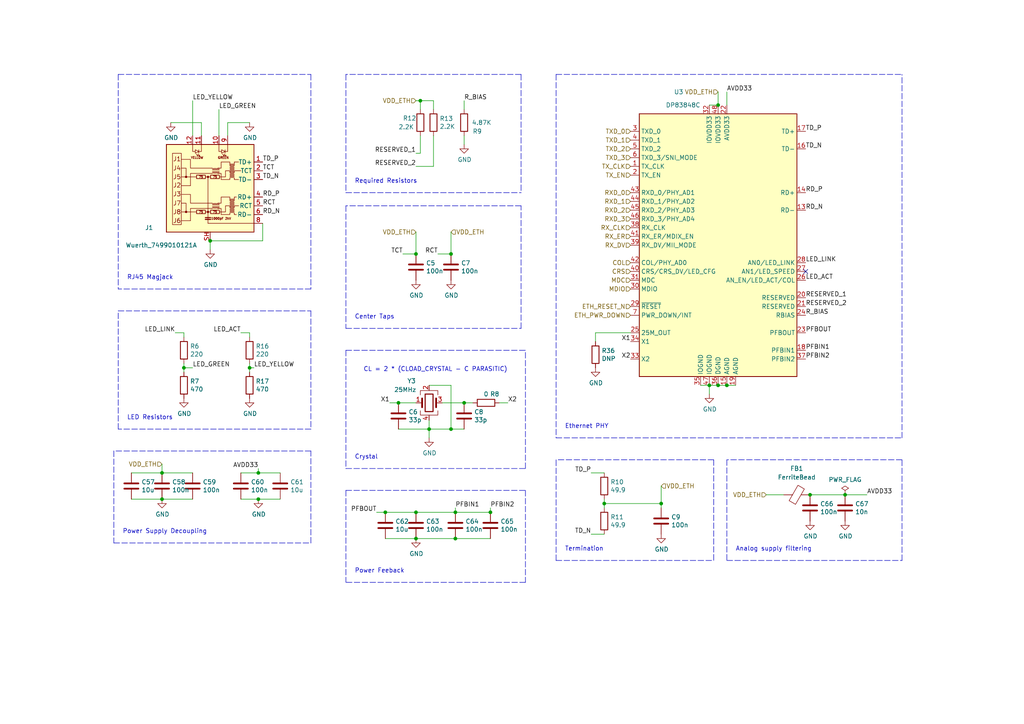
<source format=kicad_sch>
(kicad_sch (version 20211123) (generator eeschema)
  (paper "A4")
  (lib_symbols
    (symbol "Connector:Wuerth_7499010121A"
      (property "Reference" "J" (at 12.7 13.97 0))
      (property "Value" "Wuerth_7499010121A" (at 0 -16.51 0))
      (symbol "Wuerth_7499010121A_0_0"
        (rectangle (start -12.7 12.7) (end 12.7 -12.7) (stroke (width 0.254)) (fill (type background)))
        (polyline (pts (xy -3.937 -6.858) (xy -8.255 -6.858)))
        (polyline (pts (xy -3.937 3.302) (xy -8.255 3.302)))
        (polyline (pts (xy -0.635 -10.16) (xy 12.7 -10.16)))
        (polyline (pts (xy 8.255 -5.08) (xy 6.985 -5.08)))
        (polyline (pts (xy 8.89 5.08) (xy 6.985 5.08)))
        (polyline (pts (xy 0.635 -4.318) (xy -5.715 -4.318) (xy -5.715 -1.778) (xy -8.255 -1.778)))
        (polyline (pts (xy 0.635 5.842) (xy -5.715 5.842) (xy -5.715 8.382) (xy -8.255 8.382)))
        (polyline (pts (xy 2.667 -6.858) (xy 4.445 -6.858) (xy 4.445 -5.08) (xy 5.715 -5.08)))
        (polyline (pts (xy 2.667 3.302) (xy 4.445 3.302) (xy 4.445 5.08) (xy 5.715 5.08)))
        (text "1000pF 2kV" (at 3.175 -8.763 0) (effects (font (size 0.635 0.635))))
        (text "75" (at -2.667 -6.858 0) (effects (font (size 0.635 0.635))))
        (text "75" (at -2.667 3.302 0) (effects (font (size 0.635 0.635))))
        (text "75" (at 1.397 -6.858 0) (effects (font (size 0.635 0.635))))
        (text "75" (at 1.397 3.302 0) (effects (font (size 0.635 0.635))))
        (text "GREEN" (at 3.81 8.89 0) (effects (font (size 0.635 0.635))))
        (text "J1" (at -10.795 8.509 0) (effects (font (size 1.27 1.27)) (justify left)))
        (text "J2" (at -10.795 0.889 0) (effects (font (size 1.27 1.27)) (justify left)))
        (text "J3" (at -10.795 -1.651 0) (effects (font (size 1.27 1.27)) (justify left)))
        (text "J4" (at -10.795 5.842 0) (effects (font (size 1.27 1.27)) (justify left)))
        (text "J5" (at -10.795 3.302 0) (effects (font (size 1.27 1.27)) (justify left)))
        (text "J6" (at -10.795 -9.398 0) (effects (font (size 1.27 1.27)) (justify left)))
        (text "J7" (at -10.795 -4.318 0) (effects (font (size 1.27 1.27)) (justify left)))
        (text "J8" (at -10.795 -6.858 0) (effects (font (size 1.27 1.27)) (justify left)))
        (text "YELLOW" (at -3.81 8.89 0) (effects (font (size 0.635 0.635))))
      )
      (symbol "Wuerth_7499010121A_0_1"
        (rectangle (start -8.382 -10.541) (end -10.922 10.16))
        (circle (center -6.985 -6.858) (radius 0.254) (fill (type outline)))
        (circle (center -6.985 3.302) (radius 0.254) (fill (type outline)))
        (rectangle (start -3.937 -7.366) (end -1.397 -6.35) (stroke (width 0.2032)))
        (rectangle (start -3.937 2.794) (end -1.397 3.81) (stroke (width 0.2032)))
        (circle (center -0.635 -6.858) (radius 0.254) (fill (type outline)))
        (circle (center -0.635 3.302) (radius 0.254) (fill (type outline)))
        (polyline (pts (xy -5.715 -9.398) (xy -8.255 -9.398)))
        (polyline (pts (xy -5.715 0.762) (xy -8.255 0.762)))
        (polyline (pts (xy -3.556 9.398) (xy -4.064 9.906)))
        (polyline (pts (xy -3.302 11.176) (xy -3.302 10.16)))
        (polyline (pts (xy -3.048 9.398) (xy -3.556 9.906)))
        (polyline (pts (xy -1.397 -9.017) (xy 0.127 -9.017)) (stroke (width 0.3302)))
        (polyline (pts (xy -1.397 -8.509) (xy 0.127 -8.509)) (stroke (width 0.3048)))
        (polyline (pts (xy -0.635 3.302) (xy -1.397 3.302)))
        (polyline (pts (xy 0.127 -6.858) (xy -1.397 -6.858)))
        (polyline (pts (xy 0.635 -5.334) (xy 2.667 -5.334)))
        (polyline (pts (xy 0.635 4.826) (xy 2.667 4.826)))
        (polyline (pts (xy 2.667 -4.826) (xy 0.635 -4.826)))
        (polyline (pts (xy 2.667 5.334) (xy 0.635 5.334)))
        (polyline (pts (xy 4.064 9.398) (xy 3.556 9.906)))
        (polyline (pts (xy 4.318 11.176) (xy 4.318 10.16)))
        (polyline (pts (xy 4.572 9.398) (xy 4.064 9.906)))
        (polyline (pts (xy 6.223 -3.048) (xy 6.223 -7.112)))
        (polyline (pts (xy 6.223 7.112) (xy 6.223 3.048)))
        (polyline (pts (xy 6.477 -7.112) (xy 6.477 -3.048)))
        (polyline (pts (xy 6.477 3.048) (xy 6.477 7.112)))
        (polyline (pts (xy -6.985 -6.858) (xy -6.985 -4.318) (xy -8.255 -4.318)))
        (polyline (pts (xy -6.985 3.302) (xy -6.985 5.842) (xy -8.255 5.842)))
        (polyline (pts (xy -5.08 12.7) (xy -5.08 10.668) (xy -4.318 10.668)))
        (polyline (pts (xy -3.556 9.652) (xy -3.556 9.398) (xy -3.81 9.398)))
        (polyline (pts (xy -3.048 9.652) (xy -3.048 9.398) (xy -3.302 9.398)))
        (polyline (pts (xy -2.54 12.7) (xy -2.54 10.668) (xy -3.302 10.668)))
        (polyline (pts (xy -0.635 -10.16) (xy -0.635 3.302) (xy 0 3.302)))
        (polyline (pts (xy 0.635 -5.842) (xy -5.715 -5.842) (xy -5.715 -9.398)))
        (polyline (pts (xy 0.635 4.318) (xy -5.715 4.318) (xy -5.715 0.762)))
        (polyline (pts (xy 2.54 12.7) (xy 2.54 10.668) (xy 3.302 10.668)))
        (polyline (pts (xy 4.064 9.652) (xy 4.064 9.398) (xy 3.81 9.398)))
        (polyline (pts (xy 4.572 9.652) (xy 4.572 9.398) (xy 4.318 9.398)))
        (polyline (pts (xy 5.08 12.7) (xy 5.08 10.668) (xy 4.318 10.668)))
        (polyline (pts (xy 6.985 -7.112) (xy 6.985 -7.62) (xy 7.62 -7.62)))
        (polyline (pts (xy 6.985 -3.048) (xy 6.985 -2.54) (xy 7.62 -2.54)))
        (polyline (pts (xy 6.985 3.048) (xy 6.985 2.54) (xy 8.255 2.54)))
        (polyline (pts (xy 6.985 7.112) (xy 6.985 7.62) (xy 8.255 7.62)))
        (polyline (pts (xy -3.302 10.668) (xy -4.318 11.176) (xy -4.318 10.16) (xy -3.302 10.668)))
        (polyline (pts (xy 4.318 10.668) (xy 3.302 11.176) (xy 3.302 10.16) (xy 4.318 10.668)))
        (polyline (pts (xy 2.667 -4.318) (xy 3.175 -4.318) (xy 3.175 -2.54) (xy 5.715 -2.54) (xy 5.715 -3.048)))
        (polyline (pts (xy 2.667 5.842) (xy 3.175 5.842) (xy 3.175 7.62) (xy 5.715 7.62) (xy 5.715 7.112)))
        (polyline (pts (xy 5.715 -7.112) (xy 5.715 -7.62) (xy 3.175 -7.62) (xy 3.175 -5.842) (xy 2.667 -5.842)))
        (polyline (pts (xy 5.715 3.048) (xy 5.715 2.54) (xy 3.175 2.54) (xy 3.175 4.318) (xy 2.667 4.318)))
        (rectangle (start 0.127 -7.366) (end 2.667 -6.35) (stroke (width 0.2032)))
        (rectangle (start 0.127 2.794) (end 2.667 3.81) (stroke (width 0.2032)))
        (arc (start 0.635 -4.318) (mid 0.889 -4.572) (end 1.143 -4.318))
        (arc (start 0.635 5.842) (mid 0.889 5.588) (end 1.143 5.842))
        (arc (start 1.143 -5.842) (mid 0.889 -5.588) (end 0.635 -5.842))
        (arc (start 1.143 -4.318) (mid 1.397 -4.572) (end 1.651 -4.318))
        (arc (start 1.143 4.318) (mid 0.889 4.572) (end 0.635 4.318))
        (arc (start 1.143 5.842) (mid 1.397 5.588) (end 1.651 5.842))
        (arc (start 1.651 -5.842) (mid 1.397 -5.588) (end 1.143 -5.842))
        (arc (start 1.651 -4.318) (mid 1.905 -4.572) (end 2.159 -4.318))
        (arc (start 1.651 4.318) (mid 1.397 4.572) (end 1.143 4.318))
        (arc (start 1.651 5.842) (mid 1.905 5.588) (end 2.159 5.842))
        (arc (start 2.159 -5.842) (mid 1.905 -5.588) (end 1.651 -5.842))
        (arc (start 2.159 -4.318) (mid 2.413 -4.572) (end 2.667 -4.318))
        (arc (start 2.159 4.318) (mid 1.905 4.572) (end 1.651 4.318))
        (arc (start 2.159 5.842) (mid 2.413 5.588) (end 2.667 5.842))
        (circle (center 2.413 -5.8674) (radius 0.0762) (stroke (width 0.0254)) (fill (type outline)))
        (circle (center 2.413 -4.2926) (radius 0.0762) (stroke (width 0.0254)) (fill (type outline)))
        (circle (center 2.413 4.2926) (radius 0.0762) (stroke (width 0.0254)) (fill (type outline)))
        (circle (center 2.413 5.8674) (radius 0.0762) (stroke (width 0.0254)) (fill (type outline)))
        (arc (start 2.667 -5.842) (mid 2.413 -5.588) (end 2.159 -5.842))
        (arc (start 2.667 4.318) (mid 2.413 4.572) (end 2.159 4.318))
        (circle (center 5.6896 -5.334) (radius 0.0762) (stroke (width 0.0254)) (fill (type outline)))
        (circle (center 5.6896 -3.302) (radius 0.0762) (stroke (width 0.0254)) (fill (type outline)))
        (circle (center 5.6896 4.826) (radius 0.0762) (stroke (width 0.0254)) (fill (type outline)))
        (circle (center 5.6896 6.858) (radius 0.0762) (stroke (width 0.0254)) (fill (type outline)))
        (arc (start 5.715 -7.112) (mid 5.969 -6.858) (end 5.715 -6.604))
        (arc (start 5.715 -6.604) (mid 5.969 -6.35) (end 5.715 -6.096))
        (arc (start 5.715 -6.096) (mid 5.969 -5.842) (end 5.715 -5.588))
        (arc (start 5.715 -5.588) (mid 5.969 -5.334) (end 5.715 -5.08))
        (arc (start 5.715 -5.08) (mid 5.969 -4.826) (end 5.715 -4.572))
        (arc (start 5.715 -4.572) (mid 5.969 -4.318) (end 5.715 -4.064))
        (arc (start 5.715 -4.064) (mid 5.969 -3.81) (end 5.715 -3.556))
        (arc (start 5.715 -3.556) (mid 5.969 -3.302) (end 5.715 -3.048))
        (arc (start 5.715 3.048) (mid 5.969 3.302) (end 5.715 3.556))
        (arc (start 5.715 3.556) (mid 5.969 3.81) (end 5.715 4.064))
        (arc (start 5.715 4.064) (mid 5.969 4.318) (end 5.715 4.572))
        (arc (start 5.715 4.572) (mid 5.969 4.826) (end 5.715 5.08))
        (arc (start 5.715 5.08) (mid 5.969 5.334) (end 5.715 5.588))
        (arc (start 5.715 5.588) (mid 5.969 5.842) (end 5.715 6.096))
        (arc (start 5.715 6.096) (mid 5.969 6.35) (end 5.715 6.604))
        (arc (start 5.715 6.604) (mid 5.969 6.858) (end 5.715 7.112))
        (arc (start 6.985 -6.604) (mid 6.731 -6.858) (end 6.985 -7.112))
        (arc (start 6.985 -6.096) (mid 6.731 -6.35) (end 6.985 -6.604))
        (arc (start 6.985 -5.588) (mid 6.731 -5.842) (end 6.985 -6.096))
        (arc (start 6.985 -5.08) (mid 6.731 -5.334) (end 6.985 -5.588))
        (arc (start 6.985 -4.572) (mid 6.731 -4.826) (end 6.985 -5.08))
        (arc (start 6.985 -4.064) (mid 6.731 -4.318) (end 6.985 -4.572))
        (arc (start 6.985 -3.556) (mid 6.731 -3.81) (end 6.985 -4.064))
        (arc (start 6.985 -3.048) (mid 6.731 -3.302) (end 6.985 -3.556))
        (arc (start 6.985 3.556) (mid 6.731 3.302) (end 6.985 3.048))
        (arc (start 6.985 4.064) (mid 6.731 3.81) (end 6.985 3.556))
        (arc (start 6.985 4.572) (mid 6.731 4.318) (end 6.985 4.064))
        (arc (start 6.985 5.08) (mid 6.731 4.826) (end 6.985 4.572))
        (arc (start 6.985 5.588) (mid 6.731 5.334) (end 6.985 5.08))
        (arc (start 6.985 6.096) (mid 6.731 5.842) (end 6.985 5.588))
        (arc (start 6.985 6.604) (mid 6.731 6.35) (end 6.985 6.096))
        (arc (start 6.985 7.112) (mid 6.731 6.858) (end 6.985 6.604))
        (circle (center 7.0104 -5.334) (radius 0.0762) (stroke (width 0.0254)) (fill (type outline)))
        (circle (center 7.0104 -3.302) (radius 0.0762) (stroke (width 0.0254)) (fill (type outline)))
        (circle (center 7.0104 4.826) (radius 0.0762) (stroke (width 0.0254)) (fill (type outline)))
        (circle (center 7.0104 6.858) (radius 0.0762) (stroke (width 0.0254)) (fill (type outline)))
      )
      (symbol "Wuerth_7499010121A_1_1"
        (pin passive line (at 15.24 7.62 180) (length 2.54) (name "TD+") (number "1"))
        (pin passive line (at 2.54 15.24 270) (length 2.54) (name "~") (number "10"))
        (pin passive line (at -2.54 15.24 270) (length 2.54) (name "~") (number "11"))
        (pin passive line (at -5.08 15.24 270) (length 2.54) (name "~") (number "12"))
        (pin passive line (at 15.24 5.08 180) (length 2.54) (name "TCT") (number "2"))
        (pin passive line (at 15.24 2.54 180) (length 2.54) (name "TD-") (number "3"))
        (pin passive line (at 15.24 -2.54 180) (length 2.54) (name "RD+") (number "4"))
        (pin passive line (at 15.24 -5.08 180) (length 2.54) (name "RCT") (number "5"))
        (pin passive line (at 15.24 -7.62 180) (length 2.54) (name "RD-") (number "6"))
        (pin passive line (at 15.24 -10.16 180) (length 2.54) (name "~") (number "8"))
        (pin passive line (at 5.08 15.24 270) (length 2.54) (name "~") (number "9"))
        (pin passive line (at 0 -15.24 90) (length 2.54) (name "~") (number "SH"))
      )
    )
    (symbol "Device:C" (pin_numbers hide) (pin_names (offset 0.254))
      (property "Reference" "C" (at 0.635 2.54 0))
      (property "Value" "C" (at 0.635 -2.54 0))
      (symbol "C_0_1"
        (polyline (pts (xy -2.032 -0.762) (xy 2.032 -0.762)) (stroke (width 0.508)))
        (polyline (pts (xy -2.032 0.762) (xy 2.032 0.762)) (stroke (width 0.508)))
      )
      (symbol "C_1_1"
        (pin passive line (at 0 3.81 270) (length 2.794) (name "~") (number "1"))
        (pin passive line (at 0 -3.81 90) (length 2.794) (name "~") (number "2"))
      )
    )
    (symbol "Device:Crystal_GND24" (pin_names (offset 1.016) hide)
      (property "Reference" "Y" (at 3.175 5.08 0))
      (property "Value" "Crystal_GND24" (at 3.175 3.175 0))
      (symbol "Crystal_GND24_0_1"
        (rectangle (start -1.143 2.54) (end 1.143 -2.54) (stroke (width 0.3048)))
        (polyline (pts (xy -2.54 0) (xy -2.032 0)))
        (polyline (pts (xy -2.032 -1.27) (xy -2.032 1.27)) (stroke (width 0.508)))
        (polyline (pts (xy 0 -3.81) (xy 0 -3.556)))
        (polyline (pts (xy 0 3.556) (xy 0 3.81)))
        (polyline (pts (xy 2.032 -1.27) (xy 2.032 1.27)) (stroke (width 0.508)))
        (polyline (pts (xy 2.032 0) (xy 2.54 0)))
        (polyline (pts (xy -2.54 -2.286) (xy -2.54 -3.556) (xy 2.54 -3.556) (xy 2.54 -2.286)))
        (polyline (pts (xy -2.54 2.286) (xy -2.54 3.556) (xy 2.54 3.556) (xy 2.54 2.286)))
      )
      (symbol "Crystal_GND24_1_1"
        (pin passive line (at -3.81 0 0) (length 1.27) (name "1") (number "1"))
        (pin passive line (at 0 5.08 270) (length 1.27) (name "2") (number "2"))
        (pin passive line (at 3.81 0 180) (length 1.27) (name "3") (number "3"))
        (pin passive line (at 0 -5.08 90) (length 1.27) (name "4") (number "4"))
      )
    )
    (symbol "Device:FerriteBead" (pin_numbers hide) (pin_names (offset 0))
      (property "Reference" "FB" (at -3.81 0.635 90))
      (property "Value" "FerriteBead" (at 3.81 0 90))
      (symbol "FerriteBead_0_1"
        (polyline (pts (xy 0 -1.27) (xy 0 -1.2192)))
        (polyline (pts (xy 0 1.27) (xy 0 1.2954)))
        (polyline (pts (xy -2.7686 0.4064) (xy -1.7018 2.2606) (xy 2.7686 -0.3048) (xy 1.6764 -2.159) (xy -2.7686 0.4064)))
      )
      (symbol "FerriteBead_1_1"
        (pin passive line (at 0 3.81 270) (length 2.54) (name "~") (number "1"))
        (pin passive line (at 0 -3.81 90) (length 2.54) (name "~") (number "2"))
      )
    )
    (symbol "Device:R" (pin_numbers hide) (pin_names (offset 0))
      (property "Reference" "R" (at 2.032 0 90))
      (property "Value" "R" (at 0 0 90))
      (symbol "R_0_1"
        (rectangle (start -1.016 -2.54) (end 1.016 2.54) (stroke (width 0.254)))
      )
      (symbol "R_1_1"
        (pin passive line (at 0 3.81 270) (length 1.27) (name "~") (number "1"))
        (pin passive line (at 0 -3.81 90) (length 1.27) (name "~") (number "2"))
      )
    )
    (symbol "Interface_Ethernet:DP83848C"
      (property "Reference" "U" (at -21.59 39.37 0))
      (property "Value" "DP83848C" (at 12.7 39.37 0))
      (symbol "DP83848C_0_1"
        (rectangle (start -22.86 38.1) (end 22.86 -38.1) (stroke (width 0.254)) (fill (type background)))
      )
      (symbol "DP83848C_1_1"
        (pin output line (at -25.4 22.86 0) (length 2.54) (name "TX_CLK") (number "1"))
        (pin passive line (at 25.4 10.16 180) (length 2.54) (name "RD-") (number "13"))
        (pin passive line (at 25.4 15.24 180) (length 2.54) (name "RD+") (number "14"))
        (pin power_in line (at 2.54 -40.64 90) (length 2.54) (name "AGND") (number "15"))
        (pin passive line (at 25.4 27.94 180) (length 2.54) (name "TD-") (number "16"))
        (pin passive line (at 25.4 33.02 180) (length 2.54) (name "TD+") (number "17"))
        (pin passive line (at 25.4 -30.48 180) (length 2.54) (name "PFBIN1") (number "18"))
        (pin power_in line (at 5.08 -40.64 90) (length 2.54) (name "AGND") (number "19"))
        (pin input line (at -25.4 20.32 0) (length 2.54) (name "TX_EN") (number "2"))
        (pin passive line (at 25.4 -15.24 180) (length 2.54) (name "RESERVED") (number "20"))
        (pin passive line (at 25.4 -17.78 180) (length 2.54) (name "RESERVED") (number "21"))
        (pin power_in line (at 2.54 40.64 270) (length 2.54) (name "AVDD33") (number "22"))
        (pin passive line (at 25.4 -25.4 180) (length 2.54) (name "PFBOUT") (number "23"))
        (pin passive line (at 25.4 -20.32 180) (length 2.54) (name "RBIAS") (number "24"))
        (pin output line (at -25.4 -25.4 0) (length 2.54) (name "25M_OUT") (number "25"))
        (pin output line (at 25.4 -10.16 180) (length 2.54) (name "AN_EN/LED_ACT/COL") (number "26"))
        (pin output line (at 25.4 -7.62 180) (length 2.54) (name "AN1/LED_SPEED") (number "27"))
        (pin output line (at 25.4 -5.08 180) (length 2.54) (name "AN0/LED_LINK") (number "28"))
        (pin input line (at -25.4 -17.78 0) (length 2.54) (name "~{RESET}") (number "29"))
        (pin input line (at -25.4 33.02 0) (length 2.54) (name "TXD_0") (number "3"))
        (pin bidirectional line (at -25.4 -12.7 0) (length 2.54) (name "MDIO") (number "30"))
        (pin input line (at -25.4 -10.16 0) (length 2.54) (name "MDC") (number "31"))
        (pin power_in line (at -2.54 40.64 270) (length 2.54) (name "IOVDD33") (number "32"))
        (pin output line (at -25.4 -33.02 0) (length 2.54) (name "X2") (number "33"))
        (pin input line (at -25.4 -27.94 0) (length 2.54) (name "X1") (number "34"))
        (pin power_in line (at -5.08 -40.64 90) (length 2.54) (name "IOGND") (number "35"))
        (pin power_in line (at 0 -40.64 90) (length 2.54) (name "DGND") (number "36"))
        (pin passive line (at 25.4 -33.02 180) (length 2.54) (name "PFBIN2") (number "37"))
        (pin output line (at -25.4 5.08 0) (length 2.54) (name "RX_CLK") (number "38"))
        (pin output line (at -25.4 0 0) (length 2.54) (name "RX_DV/MII_MODE") (number "39"))
        (pin input line (at -25.4 30.48 0) (length 2.54) (name "TXD_1") (number "4"))
        (pin output line (at -25.4 -7.62 0) (length 2.54) (name "CRS/CRS_DV/LED_CFG") (number "40"))
        (pin output line (at -25.4 2.54 0) (length 2.54) (name "RX_ER/MDIX_EN") (number "41"))
        (pin output line (at -25.4 -5.08 0) (length 2.54) (name "COL/PHY_AD0") (number "42"))
        (pin output line (at -25.4 15.24 0) (length 2.54) (name "RXD_0/PHY_AD1") (number "43"))
        (pin output line (at -25.4 12.7 0) (length 2.54) (name "RXD_1/PHY_AD2") (number "44"))
        (pin output line (at -25.4 10.16 0) (length 2.54) (name "RXD_2/PHY_AD3") (number "45"))
        (pin output line (at -25.4 7.62 0) (length 2.54) (name "RXD_3/PHY_AD4") (number "46"))
        (pin power_in line (at -2.54 -40.64 90) (length 2.54) (name "IOGND") (number "47"))
        (pin power_in line (at 0 40.64 270) (length 2.54) (name "IOVDD33") (number "48"))
        (pin input line (at -25.4 27.94 0) (length 2.54) (name "TXD_2") (number "5"))
        (pin input line (at -25.4 25.4 0) (length 2.54) (name "TXD_3/SNI_MODE") (number "6"))
        (pin input line (at -25.4 -20.32 0) (length 2.54) (name "PWR_DOWN/INT") (number "7"))
      )
    )
    (symbol "power:GND" (power) (pin_names (offset 0))
      (property "Value" "GND" (at 0 -3.81 0))
      (symbol "GND_0_1"
        (polyline (pts (xy 0 0) (xy 0 -1.27) (xy 1.27 -1.27) (xy 0 -2.54) (xy -1.27 -1.27) (xy 0 -1.27)))
      )
      (symbol "GND_1_1"
        (pin power_in line (at 0 0 270) (length 0) hide (name "GND") (number "1"))
      )
    )
    (symbol "power:PWR_FLAG" (power) (pin_numbers hide) (pin_names (offset 0) hide)
      (property "Value" "PWR_FLAG" (at 0 3.81 0))
      (symbol "PWR_FLAG_0_0"
        (pin power_out line (at 0 0 90) (length 0) (name "pwr") (number "1"))
      )
      (symbol "PWR_FLAG_0_1"
        (polyline (pts (xy 0 0) (xy 0 1.27) (xy -1.016 1.905) (xy 0 2.54) (xy 1.016 1.905) (xy 0 1.27)))
      )
    )
  )
  (junction (at 120.65 156.21))
  (junction (at 72.39 106.68))
  (junction (at 205.74 111.76))
  (junction (at 130.81 124.46))
  (junction (at 234.95 143.51))
  (junction (at 46.99 137.16))
  (junction (at 191.77 146.05))
  (junction (at 111.76 148.59))
  (junction (at 121.92 29.21))
  (junction (at 60.96 69.85))
  (junction (at 210.82 111.76))
  (junction (at 175.26 146.05))
  (junction (at 120.65 73.66))
  (junction (at 132.08 148.59))
  (junction (at 53.34 106.68))
  (junction (at 208.28 30.48))
  (junction (at 115.57 116.84))
  (junction (at 132.08 156.21))
  (junction (at 130.81 73.66))
  (junction (at 124.46 124.46))
  (junction (at 142.24 148.59))
  (junction (at 134.62 116.84))
  (junction (at 74.93 137.16))
  (junction (at 74.93 144.78))
  (junction (at 208.28 111.76))
  (junction (at 245.11 143.51))
  (junction (at 120.65 148.59))
  (junction (at 46.99 144.78))
  (no_connect (at 233.68 78.74))
  (wire (pts (xy 147.32 116.84) (xy 144.78 116.84)))
  (polyline (pts (xy 207.01 133.35) (xy 207.01 162.56)))
  (polyline (pts (xy 90.17 124.46) (xy 34.29 124.46)))
  (wire (pts (xy 222.25 143.51) (xy 227.33 143.51)))
  (wire (pts (xy 69.85 144.78) (xy 74.93 144.78)))
  (wire (pts (xy 58.42 35.56) (xy 58.42 39.37)))
  (wire (pts (xy 120.65 48.26) (xy 125.73 48.26)))
  (wire (pts (xy 46.99 134.62) (xy 46.99 137.16)))
  (wire (pts (xy 73.66 106.68) (xy 72.39 106.68)))
  (polyline (pts (xy 100.33 142.24) (xy 100.33 168.91)))
  (wire (pts (xy 130.81 111.76) (xy 130.81 124.46)))
  (wire (pts (xy 66.04 35.56) (xy 72.39 35.56)))
  (wire (pts (xy 208.28 26.67) (xy 208.28 30.48)))
  (polyline (pts (xy 161.29 127) (xy 261.62 127)))
  (wire (pts (xy 74.93 144.78) (xy 81.28 144.78)))
  (wire (pts (xy 63.5 31.75) (xy 63.5 39.37)))
  (wire (pts (xy 72.39 107.95) (xy 72.39 106.68)))
  (wire (pts (xy 121.92 29.21) (xy 125.73 29.21)))
  (polyline (pts (xy 261.62 133.35) (xy 210.82 133.35)))
  (polyline (pts (xy 100.33 142.24) (xy 152.4 142.24)))
  (wire (pts (xy 74.93 137.16) (xy 81.28 137.16)))
  (wire (pts (xy 134.62 116.84) (xy 137.16 116.84)))
  (wire (pts (xy 132.08 148.59) (xy 142.24 148.59)))
  (wire (pts (xy 205.74 111.76) (xy 205.74 114.3)))
  (wire (pts (xy 38.1 144.78) (xy 46.99 144.78)))
  (polyline (pts (xy 100.33 55.88) (xy 151.13 55.88)))
  (wire (pts (xy 203.2 111.76) (xy 205.74 111.76)))
  (wire (pts (xy 49.53 35.56) (xy 58.42 35.56)))
  (polyline (pts (xy 100.33 101.6) (xy 152.4 101.6)))
  (wire (pts (xy 134.62 29.21) (xy 134.62 31.75)))
  (polyline (pts (xy 100.33 95.25) (xy 151.13 95.25)))
  (wire (pts (xy 69.85 96.52) (xy 72.39 96.52)))
  (wire (pts (xy 125.73 48.26) (xy 125.73 39.37)))
  (polyline (pts (xy 100.33 59.69) (xy 100.33 95.25)))
  (wire (pts (xy 132.08 148.59) (xy 132.08 147.32)))
  (wire (pts (xy 171.45 137.16) (xy 175.26 137.16)))
  (wire (pts (xy 205.74 30.48) (xy 208.28 30.48)))
  (wire (pts (xy 182.88 96.52) (xy 172.72 96.52)))
  (wire (pts (xy 116.84 73.66) (xy 120.65 73.66)))
  (wire (pts (xy 60.96 69.85) (xy 76.2 69.85)))
  (wire (pts (xy 115.57 116.84) (xy 120.65 116.84)))
  (wire (pts (xy 132.08 156.21) (xy 142.24 156.21)))
  (wire (pts (xy 72.39 96.52) (xy 72.39 97.79)))
  (polyline (pts (xy 34.29 90.17) (xy 90.17 90.17)))
  (polyline (pts (xy 90.17 157.48) (xy 90.17 130.81)))
  (wire (pts (xy 69.85 137.16) (xy 74.93 137.16)))
  (wire (pts (xy 125.73 29.21) (xy 125.73 31.75)))
  (wire (pts (xy 120.65 156.21) (xy 132.08 156.21)))
  (wire (pts (xy 50.8 96.52) (xy 53.34 96.52)))
  (wire (pts (xy 134.62 41.91) (xy 134.62 39.37)))
  (wire (pts (xy 127 73.66) (xy 130.81 73.66)))
  (wire (pts (xy 111.76 148.59) (xy 120.65 148.59)))
  (wire (pts (xy 175.26 144.78) (xy 175.26 146.05)))
  (wire (pts (xy 55.88 106.68) (xy 53.34 106.68)))
  (polyline (pts (xy 151.13 95.25) (xy 151.13 59.69)))
  (wire (pts (xy 76.2 69.85) (xy 76.2 64.77)))
  (polyline (pts (xy 34.29 21.59) (xy 34.29 83.82)))
  (wire (pts (xy 175.26 146.05) (xy 191.77 146.05)))
  (wire (pts (xy 120.65 67.31) (xy 120.65 73.66)))
  (polyline (pts (xy 161.29 162.56) (xy 207.01 162.56)))
  (wire (pts (xy 53.34 96.52) (xy 53.34 97.79)))
  (polyline (pts (xy 152.4 142.24) (xy 152.4 168.91)))
  (wire (pts (xy 60.96 72.39) (xy 60.96 69.85)))
  (polyline (pts (xy 90.17 130.81) (xy 33.02 130.81)))
  (polyline (pts (xy 152.4 168.91) (xy 100.33 168.91)))
  (polyline (pts (xy 90.17 90.17) (xy 90.17 124.46)))
  (polyline (pts (xy 34.29 21.59) (xy 90.17 21.59)))
  (wire (pts (xy 175.26 154.94) (xy 171.45 154.94)))
  (wire (pts (xy 109.22 148.59) (xy 111.76 148.59)))
  (wire (pts (xy 124.46 111.76) (xy 130.81 111.76)))
  (polyline (pts (xy 151.13 21.59) (xy 151.13 55.88)))
  (wire (pts (xy 130.81 124.46) (xy 134.62 124.46)))
  (wire (pts (xy 124.46 121.92) (xy 124.46 124.46)))
  (polyline (pts (xy 161.29 21.59) (xy 161.29 127)))
  (wire (pts (xy 113.03 116.84) (xy 115.57 116.84)))
  (polyline (pts (xy 261.62 127) (xy 261.62 21.59)))
  (wire (pts (xy 172.72 96.52) (xy 172.72 99.06)))
  (wire (pts (xy 245.11 143.51) (xy 251.46 143.51)))
  (polyline (pts (xy 210.82 162.56) (xy 261.62 162.56)))
  (wire (pts (xy 210.82 30.48) (xy 210.82 26.67)))
  (wire (pts (xy 205.74 111.76) (xy 208.28 111.76)))
  (wire (pts (xy 74.93 135.89) (xy 74.93 137.16)))
  (wire (pts (xy 55.88 29.21) (xy 55.88 39.37)))
  (wire (pts (xy 175.26 146.05) (xy 175.26 147.32)))
  (polyline (pts (xy 100.33 21.59) (xy 100.33 55.88)))
  (wire (pts (xy 210.82 111.76) (xy 213.36 111.76)))
  (wire (pts (xy 111.76 156.21) (xy 120.65 156.21)))
  (wire (pts (xy 130.81 67.31) (xy 130.81 73.66)))
  (wire (pts (xy 121.92 29.21) (xy 121.92 31.75)))
  (polyline (pts (xy 207.01 133.35) (xy 161.29 133.35)))
  (wire (pts (xy 66.04 35.56) (xy 66.04 39.37)))
  (wire (pts (xy 191.77 147.32) (xy 191.77 146.05)))
  (wire (pts (xy 46.99 137.16) (xy 55.88 137.16)))
  (polyline (pts (xy 100.33 135.89) (xy 152.4 135.89)))
  (polyline (pts (xy 90.17 83.82) (xy 34.29 83.82)))
  (polyline (pts (xy 152.4 135.89) (xy 152.4 101.6)))
  (polyline (pts (xy 33.02 157.48) (xy 90.17 157.48)))
  (polyline (pts (xy 34.29 124.46) (xy 34.29 90.17)))
  (wire (pts (xy 121.92 44.45) (xy 121.92 39.37)))
  (wire (pts (xy 120.65 44.45) (xy 121.92 44.45)))
  (polyline (pts (xy 33.02 130.81) (xy 33.02 157.48)))
  (polyline (pts (xy 151.13 21.59) (xy 100.33 21.59)))
  (wire (pts (xy 130.81 124.46) (xy 124.46 124.46)))
  (polyline (pts (xy 161.29 21.59) (xy 261.62 21.59)))
  (polyline (pts (xy 100.33 101.6) (xy 100.33 135.89)))
  (wire (pts (xy 191.77 140.97) (xy 191.77 146.05)))
  (polyline (pts (xy 161.29 162.56) (xy 161.29 133.35)))
  (wire (pts (xy 120.65 29.21) (xy 121.92 29.21)))
  (wire (pts (xy 38.1 137.16) (xy 46.99 137.16)))
  (wire (pts (xy 72.39 106.68) (xy 72.39 105.41)))
  (wire (pts (xy 128.27 116.84) (xy 134.62 116.84)))
  (polyline (pts (xy 151.13 59.69) (xy 100.33 59.69)))
  (wire (pts (xy 124.46 124.46) (xy 124.46 127)))
  (wire (pts (xy 142.24 148.59) (xy 142.24 147.32)))
  (polyline (pts (xy 261.62 162.56) (xy 261.62 133.35)))
  (wire (pts (xy 208.28 111.76) (xy 210.82 111.76)))
  (polyline (pts (xy 210.82 133.35) (xy 210.82 162.56)))
  (wire (pts (xy 46.99 144.78) (xy 55.88 144.78)))
  (polyline (pts (xy 90.17 21.59) (xy 90.17 83.82)))
  (wire (pts (xy 53.34 106.68) (xy 53.34 105.41)))
  (wire (pts (xy 115.57 124.46) (xy 124.46 124.46)))
  (wire (pts (xy 53.34 107.95) (xy 53.34 106.68)))
  (wire (pts (xy 132.08 148.59) (xy 120.65 148.59)))
  (wire (pts (xy 234.95 143.51) (xy 245.11 143.51)))
  (text "Center Taps" (at 102.87 92.71 0) (effects (font (size 1.27 1.27)) (justify left bottom)))
  (text "CL = 2 * (CLOAD_CRYSTAL - C PARASITIC)" (at 105.41 107.95 0) (effects (font (size 1.27 1.27)) (justify left bottom)))
  (text "Power Supply Decoupling\n" (at 35.56 154.94 0) (effects (font (size 1.27 1.27)) (justify left bottom)))
  (text "Crystal\n" (at 102.87 133.35 0) (effects (font (size 1.27 1.27)) (justify left bottom)))
  (text "Required Resistors\n" (at 102.87 53.34 0) (effects (font (size 1.27 1.27)) (justify left bottom)))
  (text "Termination\n" (at 163.83 160.02 0) (effects (font (size 1.27 1.27)) (justify left bottom)))
  (text "Ethernet PHY" (at 163.83 124.46 0) (effects (font (size 1.27 1.27)) (justify left bottom)))
  (text "RJ45 Magjack\n" (at 36.83 81.28 0) (effects (font (size 1.27 1.27)) (justify left bottom)))
  (text "Analog supply filtering" (at 213.36 160.02 0) (effects (font (size 1.27 1.27)) (justify left bottom)))
  (text "LED Resistors" (at 36.83 121.92 0) (effects (font (size 1.27 1.27)) (justify left bottom)))
  (text "Power Feeback\n" (at 102.87 166.37 0) (effects (font (size 1.27 1.27)) (justify left bottom)))
  (label "PFBOUT" (at 109.22 148.59 180))
  (label "R_BIAS" (at 134.62 29.21 0))
  (label "LED_YELLOW" (at 55.88 29.21 0))
  (label "TCT" (at 116.84 73.66 180))
  (label "PFBIN1" (at 233.68 101.6 0))
  (label "LED_ACT" (at 233.68 81.28 0))
  (label "RD_P" (at 233.68 55.88 0))
  (label "AVDD33" (at 74.93 135.89 180))
  (label "RESERVED_1" (at 120.65 44.45 180))
  (label "PFBIN2" (at 233.68 104.14 0))
  (label "TD_P" (at 233.68 38.1 0))
  (label "TD_N" (at 233.68 43.18 0))
  (label "RESERVED_1" (at 233.68 86.36 0))
  (label "LED_ACT" (at 69.85 96.52 180))
  (label "LED_LINK" (at 233.68 76.2 0))
  (label "X2" (at 182.88 104.14 180))
  (label "TCT" (at 76.2 49.53 0))
  (label "TD_N" (at 171.45 154.94 180))
  (label "LED_YELLOW" (at 73.66 106.68 0))
  (label "RCT" (at 76.2 59.69 0))
  (label "TD_N" (at 76.2 52.07 0))
  (label "RESERVED_2" (at 120.65 48.26 180))
  (label "RESERVED_2" (at 233.68 88.9 0))
  (label "X1" (at 113.03 116.84 180))
  (label "PFBIN1" (at 132.08 147.32 0))
  (label "AVDD33" (at 210.82 26.67 0))
  (label "LED_GREEN" (at 55.88 106.68 0))
  (label "RD_N" (at 76.2 62.23 0))
  (label "RD_N" (at 233.68 60.96 0))
  (label "LED_GREEN" (at 63.5 31.75 0))
  (label "X1" (at 182.88 99.06 180))
  (label "LED_LINK" (at 50.8 96.52 180))
  (label "TD_P" (at 171.45 137.16 180))
  (label "RCT" (at 127 73.66 180))
  (label "TD_P" (at 76.2 46.99 0))
  (label "X2" (at 147.32 116.84 0))
  (label "PFBOUT" (at 233.68 96.52 0))
  (label "RD_P" (at 76.2 57.15 0))
  (label "R_BIAS" (at 233.68 91.44 0))
  (label "PFBIN2" (at 142.24 147.32 0))
  (label "AVDD33" (at 251.46 143.51 0))
  (hierarchical_label "TX_CLK" (shape input) (at 182.88 48.26 180))
  (hierarchical_label "VDD_ETH" (shape input) (at 130.81 67.31 0))
  (hierarchical_label "TXD_1" (shape input) (at 182.88 40.64 180))
  (hierarchical_label "VDD_ETH" (shape input) (at 208.28 26.67 180))
  (hierarchical_label "CRS" (shape input) (at 182.88 78.74 180))
  (hierarchical_label "RXD_1" (shape input) (at 182.88 58.42 180))
  (hierarchical_label "RXD_3" (shape input) (at 182.88 63.5 180))
  (hierarchical_label "VDD_ETH" (shape input) (at 120.65 29.21 180))
  (hierarchical_label "RX_DV" (shape input) (at 182.88 71.12 180))
  (hierarchical_label "COL" (shape input) (at 182.88 76.2 180))
  (hierarchical_label "RXD_0" (shape input) (at 182.88 55.88 180))
  (hierarchical_label "TX_EN" (shape input) (at 182.88 50.8 180))
  (hierarchical_label "VDD_ETH" (shape input) (at 120.65 67.31 180))
  (hierarchical_label "ETH_PWR_DOWN" (shape input) (at 182.88 91.44 180))
  (hierarchical_label "VDD_ETH" (shape input) (at 222.25 143.51 180))
  (hierarchical_label "TXD_3" (shape input) (at 182.88 45.72 180))
  (hierarchical_label "RX_ER" (shape input) (at 182.88 68.58 180))
  (hierarchical_label "ETH_RESET_N" (shape input) (at 182.88 88.9 180))
  (hierarchical_label "MDC" (shape input) (at 182.88 81.28 180))
  (hierarchical_label "TXD_0" (shape input) (at 182.88 38.1 180))
  (hierarchical_label "MDIO" (shape input) (at 182.88 83.82 180))
  (hierarchical_label "VDD_ETH" (shape input) (at 191.77 140.97 0))
  (hierarchical_label "RX_CLK" (shape input) (at 182.88 66.04 180))
  (hierarchical_label "RXD_2" (shape input) (at 182.88 60.96 180))
  (hierarchical_label "TXD_2" (shape input) (at 182.88 43.18 180))
  (hierarchical_label "VDD_ETH" (shape input) (at 46.99 134.62 180))
  (symbol (lib_id "Interface_Ethernet:DP83848C") (at 208.28 71.12 0) (unit 1)
    (property "Reference" "U3" (at 196.85 26.67 0))
    (property "Value" "DP83848C" (at 198.12 30.48 0))
    (property "Footprint" "Package_QFP:LQFP-48_7x7mm_P0.5mm" (effects hide))
    (property "Datasheet" "http://www.ti.com/lit/ds/symlink/dp83848c.pdf" (effects hide))
  )
  (symbol (lib_id "Connector:Wuerth_7499010121A") (at 60.96 54.61 0) (unit 1)
    (property "Reference" "J1" (at 44.45 66.04 0) (effects (justify right)))
    (property "Value" "Wuerth_7499010121A" (at 57.15 71.12 0) (effects (justify right)))
    (property "Footprint" "Connector_RJ:RJ45_Wuerth_7499010121A_Horizontal" (effects hide))
    (property "Datasheet" "http://katalog.we-online.de/pbs/datasheet/7499010121A.pdf" (effects hide))
  )
  (symbol (lib_id "Device:Crystal_GND24") (at 124.46 116.84 0) (unit 1)
    (property "Reference" "Y3" (at 118.11 110.49 0) (effects (justify left)))
    (property "Value" "25MHz" (at 114.3 113.03 0) (effects (justify left)))
    (property "Footprint" "Crystal:Crystal_SMD_3225-4Pin_3.2x2.5mm" (effects hide))
  )
  (symbol (lib_id "Device:R") (at 134.62 35.56 180) (unit 1)
    (property "Reference" "R9" (at 138.43 38.1 0))
    (property "Value" "4.87K" (at 139.7 35.56 0))
    (property "Footprint" "Resistor_SMD:R_0603_1608Metric_Pad0.98x0.95mm_HandSolder" (effects hide))
  )
  (symbol (lib_id "Device:R") (at 121.92 35.56 0) (unit 1)
    (property "Reference" "R12" (at 116.84 34.29 0) (effects (justify left)))
    (property "Value" "2.2K" (at 115.57 36.83 0) (effects (justify left)))
    (property "Footprint" "Resistor_SMD:R_0603_1608Metric_Pad0.98x0.95mm_HandSolder" (effects hide))
  )
  (symbol (lib_id "Device:R") (at 125.73 35.56 0) (unit 1)
    (property "Reference" "R13" (at 127.508 34.3916 0) (effects (justify left)))
    (property "Value" "2.2K" (at 127.508 36.703 0) (effects (justify left)))
    (property "Footprint" "Resistor_SMD:R_0603_1608Metric_Pad0.98x0.95mm_HandSolder" (effects hide))
  )
  (symbol (lib_id "Device:C") (at 111.76 152.4 0) (unit 1)
    (property "Reference" "C62" (at 114.681 151.2316 0) (effects (justify left)))
    (property "Value" "10u" (at 114.681 153.543 0) (effects (justify left)))
    (property "Footprint" "Capacitor_SMD:C_0603_1608Metric" (effects hide))
  )
  (symbol (lib_id "Device:C") (at 120.65 152.4 0) (unit 1)
    (property "Reference" "C63" (at 123.571 151.2316 0) (effects (justify left)))
    (property "Value" "100n" (at 123.571 153.543 0) (effects (justify left)))
    (property "Footprint" "Capacitor_SMD:C_0603_1608Metric" (effects hide))
  )
  (symbol (lib_id "Device:C") (at 132.08 152.4 0) (unit 1)
    (property "Reference" "C64" (at 135.001 151.2316 0) (effects (justify left)))
    (property "Value" "100n" (at 135.001 153.543 0) (effects (justify left)))
    (property "Footprint" "Capacitor_SMD:C_0603_1608Metric" (effects hide))
  )
  (symbol (lib_id "Device:C") (at 142.24 152.4 0) (unit 1)
    (property "Reference" "C65" (at 145.161 151.2316 0) (effects (justify left)))
    (property "Value" "100n" (at 145.161 153.543 0) (effects (justify left)))
    (property "Footprint" "Capacitor_SMD:C_0603_1608Metric" (effects hide))
  )
  (symbol (lib_id "power:GND") (at 120.65 156.21 0) (unit 1)
    (property "Reference" "#PWR0103" (effects hide))
    (property "Value" "GND" (at 120.777 160.6042 0))
  )
  (symbol (lib_id "Device:C") (at 234.95 147.32 0) (unit 1)
    (property "Reference" "C66" (at 237.871 146.1516 0) (effects (justify left)))
    (property "Value" "100n" (at 237.871 148.463 0) (effects (justify left)))
    (property "Footprint" "Capacitor_SMD:C_0603_1608Metric" (effects hide))
  )
  (symbol (lib_id "Device:C") (at 245.11 147.32 0) (unit 1)
    (property "Reference" "C67" (at 248.031 146.1516 0) (effects (justify left)))
    (property "Value" "10n" (at 248.031 148.463 0) (effects (justify left)))
    (property "Footprint" "Capacitor_SMD:C_0603_1608Metric" (effects hide))
  )
  (symbol (lib_id "power:GND") (at 234.95 151.13 0) (unit 1)
    (property "Reference" "#PWR0104" (effects hide))
    (property "Value" "GND" (at 235.077 155.5242 0))
  )
  (symbol (lib_id "power:GND") (at 245.11 151.13 0) (unit 1)
    (property "Reference" "#PWR0105" (effects hide))
    (property "Value" "GND" (at 245.237 155.5242 0))
  )
  (symbol (lib_id "Device:C") (at 38.1 140.97 0) (unit 1)
    (property "Reference" "C57" (at 41.021 139.8016 0) (effects (justify left)))
    (property "Value" "10u" (at 41.021 142.113 0) (effects (justify left)))
    (property "Footprint" "Capacitor_SMD:C_0603_1608Metric" (effects hide))
  )
  (symbol (lib_id "Device:C") (at 46.99 140.97 0) (unit 1)
    (property "Reference" "C58" (at 49.911 139.8016 0) (effects (justify left)))
    (property "Value" "100n" (at 49.911 142.113 0) (effects (justify left)))
    (property "Footprint" "Capacitor_SMD:C_0603_1608Metric" (effects hide))
  )
  (symbol (lib_id "Device:C") (at 55.88 140.97 0) (unit 1)
    (property "Reference" "C59" (at 58.801 139.8016 0) (effects (justify left)))
    (property "Value" "100n" (at 58.801 142.113 0) (effects (justify left)))
    (property "Footprint" "Capacitor_SMD:C_0603_1608Metric" (effects hide))
  )
  (symbol (lib_id "Device:C") (at 69.85 140.97 0) (unit 1)
    (property "Reference" "C60" (at 72.771 139.8016 0) (effects (justify left)))
    (property "Value" "100n" (at 72.771 142.113 0) (effects (justify left)))
    (property "Footprint" "Capacitor_SMD:C_0603_1608Metric" (effects hide))
  )
  (symbol (lib_id "Device:C") (at 81.28 140.97 0) (unit 1)
    (property "Reference" "C61" (at 84.201 139.8016 0) (effects (justify left)))
    (property "Value" "10u" (at 84.201 142.113 0) (effects (justify left)))
    (property "Footprint" "Capacitor_SMD:C_0603_1608Metric" (effects hide))
  )
  (symbol (lib_id "power:GND") (at 46.99 144.78 0) (unit 1)
    (property "Reference" "#PWR0106" (effects hide))
    (property "Value" "GND" (at 47.117 149.1742 0))
  )
  (symbol (lib_id "power:GND") (at 74.93 144.78 0) (unit 1)
    (property "Reference" "#PWR0107" (effects hide))
    (property "Value" "GND" (at 75.057 149.1742 0))
  )
  (symbol (lib_id "Device:R") (at 53.34 101.6 0) (unit 1)
    (property "Reference" "R6" (at 55.118 100.4316 0) (effects (justify left)))
    (property "Value" "220" (at 55.118 102.743 0) (effects (justify left)))
    (property "Footprint" "Resistor_SMD:R_0603_1608Metric_Pad0.98x0.95mm_HandSolder" (effects hide))
  )
  (symbol (lib_id "Device:R") (at 53.34 111.76 0) (unit 1)
    (property "Reference" "R7" (at 55.118 110.5916 0) (effects (justify left)))
    (property "Value" "470" (at 55.118 112.903 0) (effects (justify left)))
    (property "Footprint" "Resistor_SMD:R_0603_1608Metric_Pad0.98x0.95mm_HandSolder" (effects hide))
  )
  (symbol (lib_id "power:GND") (at 72.39 35.56 0) (unit 1)
    (property "Reference" "#PWR0108" (effects hide))
    (property "Value" "GND" (at 72.517 39.9542 0))
  )
  (symbol (lib_id "Device:R") (at 72.39 101.6 0) (unit 1)
    (property "Reference" "R16" (at 74.168 100.4316 0) (effects (justify left)))
    (property "Value" "220" (at 74.168 102.743 0) (effects (justify left)))
    (property "Footprint" "Resistor_SMD:R_0603_1608Metric_Pad0.98x0.95mm_HandSolder" (effects hide))
  )
  (symbol (lib_id "Device:R") (at 72.39 111.76 0) (unit 1)
    (property "Reference" "R17" (at 74.168 110.5916 0) (effects (justify left)))
    (property "Value" "470" (at 74.168 112.903 0) (effects (justify left)))
    (property "Footprint" "Resistor_SMD:R_0603_1608Metric_Pad0.98x0.95mm_HandSolder" (effects hide))
  )
  (symbol (lib_id "power:GND") (at 53.34 115.57 0) (unit 1)
    (property "Reference" "#PWR0109" (effects hide))
    (property "Value" "GND" (at 53.467 119.9642 0))
  )
  (symbol (lib_id "power:GND") (at 72.39 115.57 0) (unit 1)
    (property "Reference" "#PWR0110" (effects hide))
    (property "Value" "GND" (at 72.517 119.9642 0))
  )
  (symbol (lib_id "Device:R") (at 172.72 102.87 0) (unit 1)
    (property "Reference" "R36" (at 174.498 101.7016 0) (effects (justify left)))
    (property "Value" "DNP" (at 174.498 104.013 0) (effects (justify left)))
    (property "Footprint" "Resistor_SMD:R_0603_1608Metric_Pad0.98x0.95mm_HandSolder" (effects hide))
  )
  (symbol (lib_id "power:GND") (at 172.72 106.68 0) (unit 1)
    (property "Reference" "#PWR039" (effects hide))
    (property "Value" "GND" (at 172.847 111.0742 0))
  )
  (symbol (lib_id "power:PWR_FLAG") (at 245.11 143.51 0) (unit 1)
    (property "Reference" "#FLG0102" (effects hide))
    (property "Value" "PWR_FLAG" (at 245.11 139.1158 0))
  )
  (symbol (lib_id "power:GND") (at 124.46 127 0) (unit 1)
    (property "Reference" "#PWR017" (effects hide))
    (property "Value" "GND" (at 124.587 131.3942 0))
  )
  (symbol (lib_id "Device:C") (at 134.62 120.65 0) (unit 1)
    (property "Reference" "C8" (at 137.541 119.4816 0) (effects (justify left)))
    (property "Value" "33p" (at 137.541 121.793 0) (effects (justify left)))
    (property "Footprint" "Capacitor_SMD:C_0603_1608Metric" (effects hide))
  )
  (symbol (lib_id "Device:C") (at 115.57 120.65 0) (unit 1)
    (property "Reference" "C6" (at 118.491 119.4816 0) (effects (justify left)))
    (property "Value" "33p" (at 118.491 121.793 0) (effects (justify left)))
    (property "Footprint" "Capacitor_SMD:C_0603_1608Metric" (effects hide))
  )
  (symbol (lib_id "power:GND") (at 205.74 114.3 0) (unit 1)
    (property "Reference" "#PWR018" (effects hide))
    (property "Value" "GND" (at 205.867 118.6942 0))
  )
  (symbol (lib_id "power:GND") (at 134.62 41.91 0) (unit 1)
    (property "Reference" "#PWR019" (effects hide))
    (property "Value" "GND" (at 134.747 46.3042 0))
  )
  (symbol (lib_id "power:GND") (at 49.53 35.56 0) (unit 1)
    (property "Reference" "#PWR012" (effects hide))
    (property "Value" "GND" (at 49.657 39.9542 0))
  )
  (symbol (lib_id "Device:C") (at 120.65 77.47 0) (unit 1)
    (property "Reference" "C5" (at 123.571 76.3016 0) (effects (justify left)))
    (property "Value" "100n" (at 123.571 78.613 0) (effects (justify left)))
    (property "Footprint" "Capacitor_SMD:C_0603_1608Metric" (effects hide))
  )
  (symbol (lib_id "Device:C") (at 130.81 77.47 0) (unit 1)
    (property "Reference" "C7" (at 133.731 76.3016 0) (effects (justify left)))
    (property "Value" "100n" (at 133.731 78.613 0) (effects (justify left)))
    (property "Footprint" "Capacitor_SMD:C_0603_1608Metric" (effects hide))
  )
  (symbol (lib_id "power:GND") (at 120.65 81.28 0) (unit 1)
    (property "Reference" "#PWR015" (effects hide))
    (property "Value" "GND" (at 120.777 85.6742 0))
  )
  (symbol (lib_id "power:GND") (at 130.81 81.28 0) (unit 1)
    (property "Reference" "#PWR016" (effects hide))
    (property "Value" "GND" (at 130.937 85.6742 0))
  )
  (symbol (lib_id "Device:R") (at 140.97 116.84 270) (unit 1)
    (property "Reference" "R8" (at 143.51 114.3 90))
    (property "Value" "0" (at 140.97 114.3 90))
    (property "Footprint" "Resistor_SMD:R_0603_1608Metric_Pad0.98x0.95mm_HandSolder" (effects hide))
  )
  (symbol (lib_id "Device:R") (at 175.26 140.97 0) (unit 1)
    (property "Reference" "R10" (at 177.038 139.8016 0) (effects (justify left)))
    (property "Value" "49.9" (at 177.038 142.113 0) (effects (justify left)))
    (property "Footprint" "Resistor_SMD:R_0603_1608Metric_Pad0.98x0.95mm_HandSolder" (effects hide))
  )
  (symbol (lib_id "Device:R") (at 175.26 151.13 0) (unit 1)
    (property "Reference" "R11" (at 177.038 149.9616 0) (effects (justify left)))
    (property "Value" "49.9" (at 177.038 152.273 0) (effects (justify left)))
    (property "Footprint" "Resistor_SMD:R_0603_1608Metric_Pad0.98x0.95mm_HandSolder" (effects hide))
  )
  (symbol (lib_id "Device:C") (at 191.77 151.13 0) (unit 1)
    (property "Reference" "C9" (at 194.691 149.9616 0) (effects (justify left)))
    (property "Value" "100n" (at 194.691 152.273 0) (effects (justify left)))
    (property "Footprint" "Capacitor_SMD:C_0603_1608Metric" (effects hide))
  )
  (symbol (lib_id "power:GND") (at 191.77 154.94 0) (unit 1)
    (property "Reference" "#PWR020" (effects hide))
    (property "Value" "GND" (at 191.897 159.3342 0))
  )
  (symbol (lib_id "power:GND") (at 60.96 72.39 0) (unit 1)
    (property "Reference" "#PWR013" (effects hide))
    (property "Value" "GND" (at 61.087 76.7842 0))
  )
  (symbol (lib_id "Device:FerriteBead") (at 231.14 143.51 90) (unit 1)
    (property "Reference" "FB1" (at 231.0892 135.89 90))
    (property "Value" "FerriteBead" (at 231.0892 138.43 90))
    (property "Footprint" "Inductor_SMD:L_0603_1608Metric_Pad1.05x0.95mm_HandSolder" (effects hide))
  )
)
</source>
